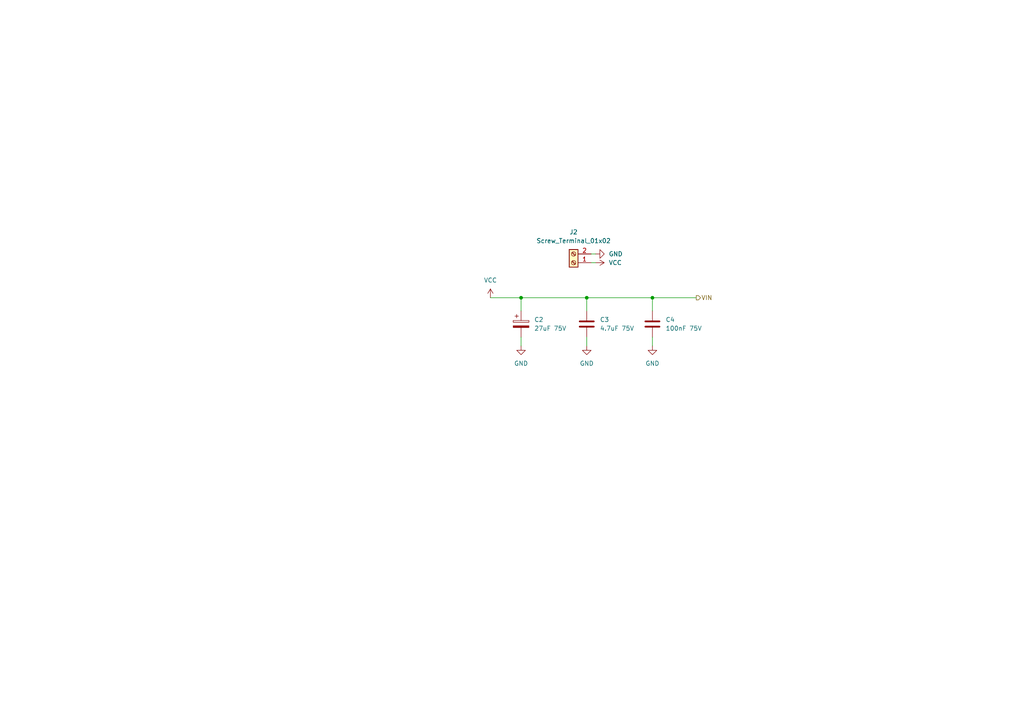
<source format=kicad_sch>
(kicad_sch (version 20211123) (generator eeschema)
  (paper "A4")
  (lib_symbols
    (symbol "Connector:Screw_Terminal_01x02" (pin_names (offset 1.016) hide)
      (property "Reference" "J" (at 0 2.54 0))
      (property "Value" "Screw_Terminal_01x02" (at 0 -5.08 0))
      (symbol "Screw_Terminal_01x02_1_1"
        (rectangle (start -1.27 1.27) (end 1.27 -3.81) (stroke (width 0.254)) (fill (type background)))
        (circle (center 0 -2.54) (radius 0.635) (stroke (width 0.1524)))
        (polyline (pts (xy -0.5334 -2.2098) (xy 0.3302 -3.048)) (stroke (width 0.1524)))
        (polyline (pts (xy -0.5334 0.3302) (xy 0.3302 -0.508)) (stroke (width 0.1524)))
        (polyline (pts (xy -0.3556 -2.032) (xy 0.508 -2.8702)) (stroke (width 0.1524)))
        (polyline (pts (xy -0.3556 0.508) (xy 0.508 -0.3302)) (stroke (width 0.1524)))
        (circle (center 0 0) (radius 0.635) (stroke (width 0.1524)))
        (pin passive line (at -5.08 0 0) (length 3.81) (name "Pin_1") (number "1"))
        (pin passive line (at -5.08 -2.54 0) (length 3.81) (name "Pin_2") (number "2"))
      )
    )
    (symbol "Device:C" (pin_numbers hide) (pin_names (offset 0.254))
      (property "Reference" "C" (at 0.635 2.54 0))
      (property "Value" "C" (at 0.635 -2.54 0))
      (symbol "C_0_1"
        (polyline (pts (xy -2.032 -0.762) (xy 2.032 -0.762)) (stroke (width 0.508)))
        (polyline (pts (xy -2.032 0.762) (xy 2.032 0.762)) (stroke (width 0.508)))
      )
      (symbol "C_1_1"
        (pin passive line (at 0 3.81 270) (length 2.794) (name "~") (number "1"))
        (pin passive line (at 0 -3.81 90) (length 2.794) (name "~") (number "2"))
      )
    )
    (symbol "Device:C_Polarized" (pin_numbers hide) (pin_names (offset 0.254))
      (property "Reference" "C" (at 0.635 2.54 0))
      (property "Value" "C_Polarized" (at 0.635 -2.54 0))
      (symbol "C_Polarized_0_1"
        (rectangle (start -2.286 0.508) (end 2.286 1.016))
        (polyline (pts (xy -1.778 2.286) (xy -0.762 2.286)))
        (polyline (pts (xy -1.27 2.794) (xy -1.27 1.778)))
        (rectangle (start 2.286 -0.508) (end -2.286 -1.016) (fill (type outline)))
      )
      (symbol "C_Polarized_1_1"
        (pin passive line (at 0 3.81 270) (length 2.794) (name "~") (number "1"))
        (pin passive line (at 0 -3.81 90) (length 2.794) (name "~") (number "2"))
      )
    )
    (symbol "power:GND" (power) (pin_names (offset 0))
      (property "Value" "GND" (at 0 -3.81 0))
      (symbol "GND_0_1"
        (polyline (pts (xy 0 0) (xy 0 -1.27) (xy 1.27 -1.27) (xy 0 -2.54) (xy -1.27 -1.27) (xy 0 -1.27)))
      )
      (symbol "GND_1_1"
        (pin power_in line (at 0 0 270) (length 0) hide (name "GND") (number "1"))
      )
    )
    (symbol "power:VCC" (power) (pin_names (offset 0))
      (property "Value" "VCC" (at 0 3.81 0))
      (symbol "VCC_0_1"
        (polyline (pts (xy -0.762 1.27) (xy 0 2.54)))
        (polyline (pts (xy 0 0) (xy 0 2.54)))
        (polyline (pts (xy 0 2.54) (xy 0.762 1.27)))
      )
      (symbol "VCC_1_1"
        (pin power_in line (at 0 0 90) (length 0) hide (name "VCC") (number "1"))
      )
    )
  )
  (junction (at 170.18 86.36))
  (junction (at 151.13 86.36))
  (junction (at 189.23 86.36))
  (wire (pts (xy 170.18 86.36) (xy 170.18 90.17)))
  (wire (pts (xy 151.13 97.79) (xy 151.13 100.33)))
  (wire (pts (xy 142.24 86.36) (xy 151.13 86.36)))
  (wire (pts (xy 172.72 73.66) (xy 171.45 73.66)))
  (wire (pts (xy 151.13 86.36) (xy 170.18 86.36)))
  (wire (pts (xy 189.23 97.79) (xy 189.23 100.33)))
  (wire (pts (xy 189.23 86.36) (xy 189.23 90.17)))
  (wire (pts (xy 151.13 86.36) (xy 151.13 90.17)))
  (wire (pts (xy 189.23 86.36) (xy 201.93 86.36)))
  (wire (pts (xy 170.18 97.79) (xy 170.18 100.33)))
  (wire (pts (xy 170.18 86.36) (xy 189.23 86.36)))
  (wire (pts (xy 172.72 76.2) (xy 171.45 76.2)))
  (hierarchical_label "VIN" (shape output) (at 201.93 86.36 0))
  (symbol (lib_id "power:GND") (at 170.18 100.33 0) (unit 1)
    (property "Reference" "#PWR018" (effects hide))
    (property "Value" "GND" (at 170.18 105.41 0))
  )
  (symbol (lib_id "Device:C_Polarized") (at 151.13 93.98 0) (unit 1)
    (property "Reference" "C2" (at 154.94 92.71 0) (effects (justify left)))
    (property "Value" "27uF 75V" (at 154.94 95.25 0) (effects (justify left)))
    (property "Footprint" "Capacitor_THT:CP_Radial_D8.0mm_P3.50mm" (effects hide))
  )
  (symbol (lib_id "Device:C") (at 189.23 93.98 0) (unit 1)
    (property "Reference" "C4" (at 193.04 92.7099 0) (effects (justify left)))
    (property "Value" "100nF 75V" (at 193.04 95.2499 0) (effects (justify left)))
    (property "Footprint" "Capacitor_SMD:C_0603_1608Metric" (effects hide))
  )
  (symbol (lib_id "power:GND") (at 172.72 73.66 90) (unit 1)
    (property "Reference" "#PWR019" (effects hide))
    (property "Value" "GND" (at 176.53 73.6599 90) (effects (justify right)))
  )
  (symbol (lib_id "power:GND") (at 189.23 100.33 0) (unit 1)
    (property "Reference" "#PWR04" (effects hide))
    (property "Value" "GND" (at 189.23 105.41 0))
  )
  (symbol (lib_id "power:VCC") (at 172.72 76.2 270) (unit 1)
    (property "Reference" "#PWR020" (effects hide))
    (property "Value" "VCC" (at 176.53 76.1999 90) (effects (justify left)))
  )
  (symbol (lib_id "power:VCC") (at 142.24 86.36 0) (unit 1)
    (property "Reference" "#PWR02" (effects hide))
    (property "Value" "VCC" (at 142.24 81.28 0))
  )
  (symbol (lib_id "Connector:Screw_Terminal_01x02") (at 166.37 76.2 180) (unit 1)
    (property "Reference" "J2" (at 166.37 67.31 0))
    (property "Value" "Screw_Terminal_01x02" (at 166.37 69.85 0))
  )
  (symbol (lib_id "power:GND") (at 151.13 100.33 0) (unit 1)
    (property "Reference" "#PWR03" (effects hide))
    (property "Value" "GND" (at 151.13 105.41 0))
  )
  (symbol (lib_id "Device:C") (at 170.18 93.98 0) (unit 1)
    (property "Reference" "C3" (at 173.99 92.7099 0) (effects (justify left)))
    (property "Value" "4.7uF 75V" (at 173.99 95.25 0) (effects (justify left)))
    (property "Footprint" "Capacitor_SMD:C_0603_1608Metric" (effects hide))
  )
)
</source>
